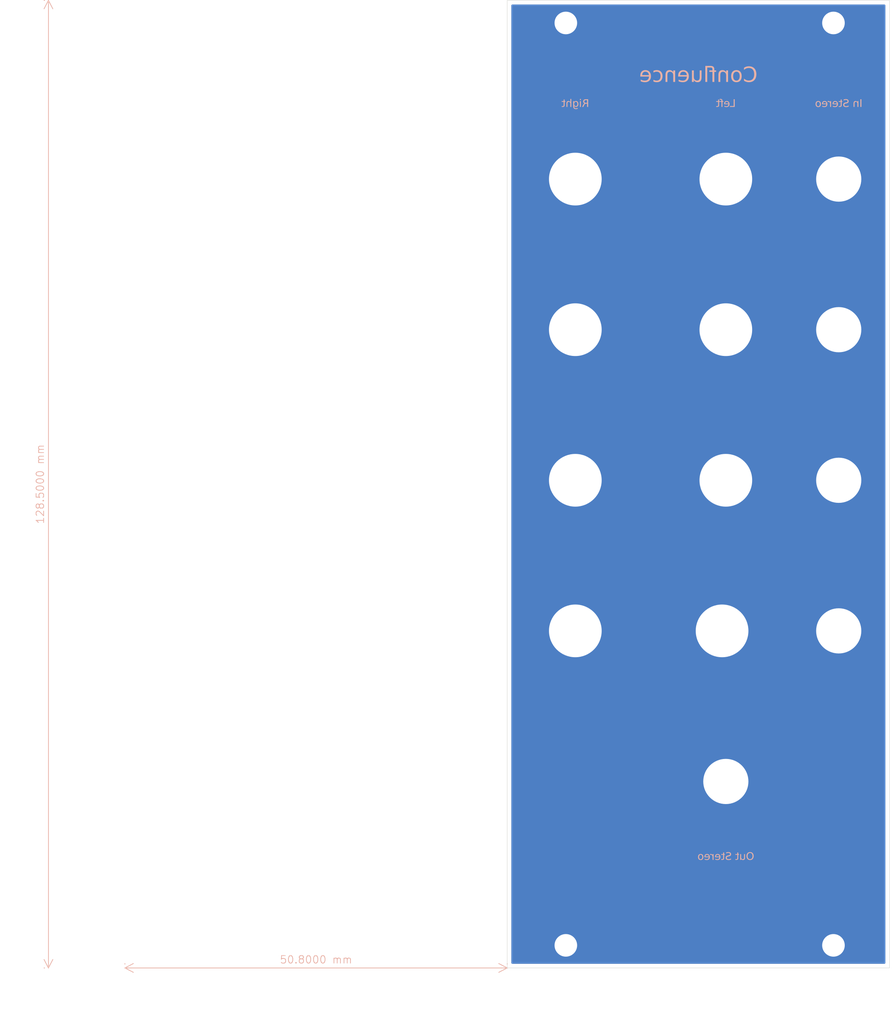
<source format=kicad_pcb>
(kicad_pcb
	(version 20240108)
	(generator "pcbnew")
	(generator_version "8.0")
	(general
		(thickness 1.6)
		(legacy_teardrops no)
	)
	(paper "A4")
	(layers
		(0 "F.Cu" signal)
		(31 "B.Cu" signal)
		(32 "B.Adhes" user "B.Adhesive")
		(33 "F.Adhes" user "F.Adhesive")
		(34 "B.Paste" user)
		(35 "F.Paste" user)
		(36 "B.SilkS" user "B.Silkscreen")
		(37 "F.SilkS" user "F.Silkscreen")
		(38 "B.Mask" user)
		(39 "F.Mask" user)
		(40 "Dwgs.User" user "User.Drawings")
		(41 "Cmts.User" user "User.Comments")
		(42 "Eco1.User" user "User.Eco1")
		(43 "Eco2.User" user "User.Eco2")
		(44 "Edge.Cuts" user)
		(45 "Margin" user)
		(46 "B.CrtYd" user "B.Courtyard")
		(47 "F.CrtYd" user "F.Courtyard")
		(48 "B.Fab" user)
		(49 "F.Fab" user)
		(50 "User.1" user)
		(51 "User.2" user)
		(52 "User.3" user)
		(53 "User.4" user)
		(54 "User.5" user)
		(55 "User.6" user)
		(56 "User.7" user)
		(57 "User.8" user)
		(58 "User.9" user)
	)
	(setup
		(pad_to_mask_clearance 0)
		(allow_soldermask_bridges_in_footprints no)
		(grid_origin 121.85 61.735)
		(pcbplotparams
			(layerselection 0x00010ff_ffffffff)
			(plot_on_all_layers_selection 0x0000000_00000000)
			(disableapertmacros no)
			(usegerberextensions no)
			(usegerberattributes yes)
			(usegerberadvancedattributes yes)
			(creategerberjobfile yes)
			(dashed_line_dash_ratio 12.000000)
			(dashed_line_gap_ratio 3.000000)
			(svgprecision 4)
			(plotframeref no)
			(viasonmask no)
			(mode 1)
			(useauxorigin no)
			(hpglpennumber 1)
			(hpglpenspeed 20)
			(hpglpendiameter 15.000000)
			(pdf_front_fp_property_popups yes)
			(pdf_back_fp_property_popups yes)
			(dxfpolygonmode yes)
			(dxfimperialunits yes)
			(dxfusepcbnewfont yes)
			(psnegative no)
			(psa4output no)
			(plotreference yes)
			(plotvalue yes)
			(plotfptext yes)
			(plotinvisibletext no)
			(sketchpadsonfab no)
			(subtractmaskfromsilk no)
			(outputformat 1)
			(mirror no)
			(drillshape 0)
			(scaleselection 1)
			(outputdirectory "Gerber/")
		)
	)
	(net 0 "")
	(net 1 "GND")
	(gr_rect
		(start 112.8 38)
		(end 163.6 166.5)
		(stroke
			(width 0.05)
			(type default)
		)
		(fill none)
		(layer "Edge.Cuts")
		(uuid "9d545d72-fdea-4988-afad-021671dfbb0c")
	)
	(gr_rect
		(start 112.8 38)
		(end 163.6 166.5)
		(stroke
			(width 0.1)
			(type default)
		)
		(fill none)
		(layer "Margin")
		(uuid "8592db5d-ecc8-4e5a-ad97-624995459fb9")
	)
	(gr_circle
		(center 141.85 141.735)
		(end 144.85 141.735)
		(stroke
			(width 0.1)
			(type default)
		)
		(fill none)
		(layer "User.9")
		(uuid "1a7a8a5b-abe3-4e28-8340-a9194ec5e69f")
	)
	(gr_circle
		(center 156.85 121.735)
		(end 159.85 121.735)
		(stroke
			(width 0.1)
			(type default)
		)
		(fill none)
		(layer "User.9")
		(uuid "281443c2-d3fb-4a5d-a789-54c4e8f7ec3e")
	)
	(gr_circle
		(center 141.85 121.735)
		(end 145.35 121.735)
		(stroke
			(width 0.1)
			(type default)
		)
		(fill none)
		(layer "User.9")
		(uuid "2a776a6b-a1f0-47c2-93e1-39a73cd85c6e")
	)
	(gr_circle
		(center 156.85 101.735)
		(end 159.85 101.735)
		(stroke
			(width 0.1)
			(type default)
		)
		(fill none)
		(layer "User.9")
		(uuid "2bdee25a-9e2b-411b-a9c1-66533529619f")
	)
	(gr_circle
		(center 121.85 121.735)
		(end 125.35 121.735)
		(stroke
			(width 0.1)
			(type default)
		)
		(fill none)
		(layer "User.9")
		(uuid "450cbd94-7dbb-41ad-992a-8c8f11aefac4")
	)
	(gr_circle
		(center 141.85 81.735)
		(end 145.35 81.735)
		(stroke
			(width 0.1)
			(type default)
		)
		(fill none)
		(layer "User.9")
		(uuid "5b438220-4e30-4480-8eb9-1149650e5a51")
	)
	(gr_circle
		(center 141.85 61.735)
		(end 145.35 61.735)
		(stroke
			(width 0.1)
			(type default)
		)
		(fill none)
		(layer "User.9")
		(uuid "5dfc9ba0-0494-4253-ab52-172487b890db")
	)
	(gr_circle
		(center 121.85 81.735)
		(end 125.35 81.735)
		(stroke
			(width 0.1)
			(type default)
		)
		(fill none)
		(layer "User.9")
		(uuid "75549c66-7e1a-497e-b623-a3cb46809fbe")
	)
	(gr_line
		(start 163.6 163.5)
		(end 153.6 163.5)
		(stroke
			(width 0.1)
			(type default)
		)
		(layer "User.9")
		(uuid "7cfe1c2b-8d3b-4b4e-95ac-cb4cc31f7426")
	)
	(gr_line
		(start 163.6 41)
		(end 148.6 41)
		(stroke
			(width 0.1)
			(type default)
		)
		(layer "User.9")
		(uuid "8b815a78-edea-4420-8262-9a3f8eebf92d")
	)
	(gr_circle
		(center 156.85 81.735)
		(end 159.85 81.735)
		(stroke
			(width 0.1)
			(type default)
		)
		(fill none)
		(layer "User.9")
		(uuid "c2dd57dd-bc1a-4da3-b7ae-a7917c9f5081")
	)
	(gr_circle
		(center 141.85 101.735)
		(end 145.35 101.735)
		(stroke
			(width 0.1)
			(type default)
		)
		(fill none)
		(layer "User.9")
		(uuid "c5ad1e22-9b34-4305-96dd-fd88595dced0")
	)
	(gr_circle
		(center 121.85 61.735)
		(end 125.35 61.735)
		(stroke
			(width 0.1)
			(type default)
		)
		(fill none)
		(layer "User.9")
		(uuid "d982141a-413f-4f9c-be2a-3fbef2b0fc6f")
	)
	(gr_circle
		(center 156.85 61.735)
		(end 159.85 61.735)
		(stroke
			(width 0.1)
			(type default)
		)
		(fill none)
		(layer "User.9")
		(uuid "db4f60ff-a7e7-478d-8fff-e22488df133a")
	)
	(gr_circle
		(center 121.85 101.735)
		(end 125.35 101.735)
		(stroke
			(width 0.1)
			(type default)
		)
		(fill none)
		(layer "User.9")
		(uuid "feeb0e3a-8fb6-411b-9289-9a1837e77e58")
	)
	(gr_text "Left"
		(at 141.85 51.735 0)
		(layer "B.SilkS")
		(uuid "1a5954fc-40ff-427c-bfb9-2db4a4754a24")
		(effects
			(font
				(face "Dune Rise")
				(size 1 1)
				(thickness 0.125)
			)
			(justify mirror)
		)
		(render_cache "Left" 0
			(polygon
				(pts
					(xy 143.59829 52.05621) (xy 144.32076 52.05621) (xy 144.32076 51.024528) (xy 144.414793 51.024528)
					(xy 144.414793 52.05621) (xy 144.414793 52.077948) (xy 144.414793 52.15) (xy 143.59829 52.15) (xy 143.294696 52.15)
					(xy 143.294696 52.05621) (xy 143.378959 52.05621)
				)
			)
			(polygon
				(pts
					(xy 143.205303 51.587264) (xy 143.202413 51.644862) (xy 143.193931 51.700783) (xy 143.180137 51.754744)
					(xy 143.161312 51.806464) (xy 143.137738 51.855663) (xy 143.109695 51.90206) (xy 143.077463 51.945372)
					(xy 143.041324 51.985319) (xy 143.001559 52.021619) (xy 142.958448 52.053992) (xy 142.912273 52.082156)
					(xy 142.863313 52.10583) (xy 142.811851 52.124732) (xy 142.758166 52.138582) (xy 142.70254 52.147098)
					(xy 142.645254 52.15) (xy 142.085205 52.15) (xy 142.085205 52.05621) (xy 142.645254 52.05621) (xy 142.711837 52.051433)
					(xy 142.775545 52.037544) (xy 142.835719 52.015207) (xy 142.8917 51.985087) (xy 142.942828 51.947847)
					(xy 142.988445 51.904152) (xy 143.02789 51.854666) (xy 143.060505 51.800053) (xy 143.08563 51.740977)
					(xy 143.102606 51.678102) (xy 143.109071 51.634403) (xy 142.085205 51.634403) (xy 142.085205 51.540369)
					(xy 143.109071 51.540369) (xy 143.097894 51.475337) (xy 143.078128 51.413671) (xy 143.050433 51.356033)
					(xy 143.015468 51.303086) (xy 142.973892 51.255489) (xy 142.926365 51.213907) (xy 142.873546 51.178999)
					(xy 142.816094 51.151428) (xy 142.754669 51.131855) (xy 142.689929 51.120943) (xy 142.645254 51.118806)
					(xy 142.085205 51.118806) (xy 142.085205 51.024773) (xy 142.645254 51.024773) (xy 142.70254 51.027674)
					(xy 142.758166 51.03619) (xy 142.811851 51.050038) (xy 142.863313 51.068939) (xy 142.912273 51.092609)
					(xy 142.958448 51.120767) (xy 143.001559 51.153133) (xy 143.041324 51.189423) (xy 143.077463 51.229357)
					(xy 143.109695 51.272653) (xy 143.137738 51.319029) (xy 143.161312 51.368205) (xy 143.180137 51.419898)
					(xy 143.193931 51.473826) (xy 143.202413 51.529709)
				)
			)
			(polygon
				(pts
					(xy 140.988799 51.024773) (xy 141.805303 51.024773) (xy 141.805303 51.096824) (xy 141.805303 51.118562)
					(xy 141.805303 52.15) (xy 141.711269 52.15) (xy 141.711269 51.634403) (xy 140.988799 51.634403)
					(xy 140.988799 51.540369) (xy 141.711269 51.540125) (xy 141.711269 51.118562) (xy 140.988799 51.118562)
					(xy 140.769469 51.118562) (xy 140.685205 51.118562) (xy 140.685205 51.024773)
				)
			)
			(polygon
				(pts
					(xy 140.405303 51.118562) (xy 139.892393 51.118562) (xy 139.892393 52.15) (xy 139.798359 52.15)
					(xy 139.798359 51.118562) (xy 139.285205 51.118562) (xy 139.285205 51.024773) (xy 140.405303 51.024773)
				)
			)
		)
	)
	(gr_text "Right"
		(at 121.85 51.735 0)
		(layer "B.SilkS")
		(uuid "899bfaef-789b-4aa7-b62f-e18f65f84774")
		(effects
			(font
				(face "Dune Rise")
				(size 1 1)
				(thickness 0.125)
			)
			(justify mirror)
		)
		(render_cache "Right" 0
			(polygon
				(pts
					(xy 123.670341 51.329588) (xy 123.676514 51.268034) (xy 123.694215 51.21076) (xy 123.722221 51.158975)
					(xy 123.759306 51.113891) (xy 123.804245 51.076718) (xy 123.855813 51.048667) (xy 123.912784 51.030948)
					(xy 123.973935 51.024773) (xy 124.790438 51.024773) (xy 124.790438 51.118562) (xy 123.973935 51.118562)
					(xy 123.921632 51.125223) (xy 123.874139 51.144089) (xy 123.833114 51.173483) (xy 123.800219 51.211727)
					(xy 123.777114 51.257145) (xy 123.765458 51.308059) (xy 123.764374 51.329588) (xy 123.770984 51.382118)
					(xy 123.789702 51.429834) (xy 123.818863 51.47107) (xy 123.8568 51.504159) (xy 123.901848 51.527437)
					(xy 123.952342 51.539237) (xy 123.97369 51.540369) (xy 124.790438 51.540369) (xy 124.790438 52.15)
					(xy 124.696405 52.15) (xy 124.696405 51.634403) (xy 123.97369 51.634403) (xy 123.921486 51.641047)
					(xy 123.874059 51.659866) (xy 123.833078 51.689188) (xy 123.800206 51.727342) (xy 123.777111 51.772655)
					(xy 123.765458 51.823457) (xy 123.764374 51.84494) (xy 123.764374 52.15) (xy 123.670341 52.15)
					(xy 123.670341 51.84494) (xy 123.674384 51.795084) (xy 123.689287 51.738759) (xy 123.714106 51.687304)
					(xy 123.74773 51.64183) (xy 123.789048 51.603448) (xy 123.812246 51.587264) (xy 123.767497 51.552845)
					(xy 123.729887 51.510778) (xy 123.700526 51.462175) (xy 123.680526 51.408146) (xy 123.671812 51.359779)
				)
			)
			(polygon
				(pts
					(xy 123.108826 51.118562) (xy 123.108826 51.024773) (xy 123.390927 51.024773) (xy 123.390927 51.118562)
					(xy 123.296893 51.118562) (xy 123.296893 52.05621) (xy 123.390927 52.05621) (xy 123.390927 52.15)
					(xy 123.108826 52.15) (xy 123.108826 52.05621) (xy 123.20286 52.05621) (xy 123.20286 51.118562)
				)
			)
			(polygon
				(pts
					(xy 122.829657 51.587264) (xy 122.826767 51.644862) (xy 122.818285 51.700783) (xy 122.804491 51.754744)
					(xy 122.785666 51.806464) (xy 122.762092 51.855663) (xy 122.734049 51.90206) (xy 122.701817 51.945372)
					(xy 122.665678 51.985319) (xy 122.625913 52.021619) (xy 122.582802 52.053992) (xy 122.536627 52.082156)
					(xy 122.487667 52.10583) (xy 122.436205 52.124732) (xy 122.38252 52.138582) (xy 122.326894 52.147098)
					(xy 122.269608 52.15) (xy 121.709559 52.15) (xy 121.709559 51.540369) (xy 122.11085 51.540369)
					(xy 122.11085 51.634403) (xy 121.803593 51.634403) (xy 121.803593 52.05621) (xy 122.269608 52.05621)
					(xy 122.340478 52.050793) (xy 122.408027 52.035077) (xy 122.471458 52.009868) (xy 122.529973 51.975968)
					(xy 122.582776 51.934182) (xy 122.629069 51.885315) (xy 122.668057 51.830171) (xy 122.698941 51.769553)
					(xy 122.720925 51.704266) (xy 122.733213 51.635115) (xy 122.735623 51.587264) (xy 122.730243 51.516051)
					(xy 122.714635 51.448166) (xy 122.689596 51.384411) (xy 122.655922 51.32559) (xy 122.61441 51.272505)
					(xy 122.565859 51.225959) (xy 122.511063 51.186756) (xy 122.450821 51.155698) (xy 122.385929 51.133589)
					(xy 122.317184 51.121231) (xy 122.269608 51.118806) (xy 121.709559 51.118806) (xy 121.709559 51.024773)
					(xy 122.269608 51.024773) (xy 122.326894 51.027674) (xy 122.38252 51.03619) (xy 122.436205 51.050038)
					(xy 122.487667 51.068939) (xy 122.536627 51.092609) (xy 122.582802 51.120767) (xy 122.625913 51.153133)
					(xy 122.665678 51.189423) (xy 122.701817 51.229357) (xy 122.734049 51.272653) (xy 122.762092 51.319029)
					(xy 122.785666 51.368205) (xy 122.804491 51.419898) (xy 122.818285 51.473826) (xy 122.826767 51.529709)
				)
			)
			(polygon
				(pts
					(xy 120.403593 51.540614) (xy 121.335623 51.540614) (xy 121.335623 51.024528) (xy 121.429657 51.024528)
					(xy 121.429657 52.15) (xy 121.335623 52.15) (xy 121.335623 51.634403) (xy 120.403593 51.634403)
					(xy 120.403593 52.15) (xy 120.309559 52.15) (xy 120.309559 51.024528) (xy 120.403593 51.024528)
				)
			)
			(polygon
				(pts
					(xy 120.029657 51.118562) (xy 119.516747 51.118562) (xy 119.516747 52.15) (xy 119.422713 52.15)
					(xy 119.422713 51.118562) (xy 118.909559 51.118562) (xy 118.909559 51.024773) (xy 120.029657 51.024773)
				)
			)
		)
	)
	(gr_text "Out Stereo"
		(at 141.85 151.735 0)
		(layer "B.SilkS")
		(uuid "c8a1613d-a981-4437-8483-e3e345a08bb0")
		(effects
			(font
				(face "Dune Rise")
				(size 1 1)
				(thickness 0.125)
			)
			(justify mirror)
		)
		(render_cache "Out Stereo" 0
			(polygon
				(pts
					(xy 147.682163 151.027674) (xy 147.737789 151.03619) (xy 147.791473 151.050038) (xy 147.842936 151.068939)
					(xy 147.891895 151.092609) (xy 147.938071 151.120767) (xy 147.981182 151.153133) (xy 148.020947 151.189423)
					(xy 148.057086 151.229357) (xy 148.089317 151.272653) (xy 148.117361 151.319029) (xy 148.140935 151.368205)
					(xy 148.159759 151.419898) (xy 148.173553 151.473826) (xy 148.182036 151.529709) (xy 148.184925 151.587264)
					(xy 148.182036 151.644862) (xy 148.173553 151.700783) (xy 148.159759 151.754744) (xy 148.140935 151.806464)
					(xy 148.117361 151.855663) (xy 148.089317 151.90206) (xy 148.057086 151.945372) (xy 148.020947 151.985319)
					(xy 147.981182 152.021619) (xy 147.938071 152.053992) (xy 147.891895 152.082156) (xy 147.842936 152.10583)
					(xy 147.791473 152.124732) (xy 147.737789 152.138582) (xy 147.682163 152.147098) (xy 147.624877 152.15)
					(xy 147.56763 152.147098) (xy 147.512034 152.138582) (xy 147.45837 152.124732) (xy 147.40692 152.10583)
					(xy 147.357966 152.082156) (xy 147.31179 152.053992) (xy 147.268673 152.021619) (xy 147.228898 151.985319)
					(xy 147.192746 151.945372) (xy 147.1605 151.90206) (xy 147.132442 151.855663) (xy 147.108852 151.806464)
					(xy 147.090014 151.754744) (xy 147.07621 151.700783) (xy 147.06772 151.644862) (xy 147.064828 151.587264)
					(xy 147.158861 151.587264) (xy 147.164241 151.658602) (xy 147.179849 151.726588) (xy 147.204889 151.790424)
					(xy 147.238563 151.849307) (xy 147.280074 151.902438) (xy 147.328626 151.949016) (xy 147.383421 151.988241)
					(xy 147.443664 152.01931) (xy 147.508555 152.041426) (xy 147.5773 152.053785) (xy 147.624877 152.05621)
					(xy 147.695747 152.050799) (xy 147.763296 152.035098) (xy 147.826726 152.009909) (xy 147.885241 151.976032)
					(xy 147.938044 151.934268) (xy 147.984338 151.885417) (xy 148.023325 151.830279) (xy 148.05421 151.769656)
					(xy 148.076194 151.704348) (xy 148.088481 151.635155) (xy 148.090892 151.587264) (xy 148.085512 151.515989)
					(xy 148.069904 151.448053) (xy 148.044864 151.384258) (xy 148.01119 151.325405) (xy 147.969679 151.272297)
					(xy 147.921127 151.225735) (xy 147.866332 151.186522) (xy 147.806089 151.155458) (xy 147.741198 151.133346)
					(xy 147.672453 151.120987) (xy 147.624877 151.118562) (xy 147.554006 151.123973) (xy 147.486457 151.139672)
					(xy 147.423027 151.164857) (xy 147.364512 151.198727) (xy 147.311709 151.240479) (xy 147.265415 151.289312)
					(xy 147.226428 151.344424) (xy 147.195543 151.405013) (xy 147.173559 151.470278) (xy 147.161272 151.539416)
					(xy 147.158861 151.587264) (xy 147.064828 151.587264) (xy 147.06772 151.529709) (xy 147.07621 151.473826)
					(xy 147.090014 151.419898) (xy 147.108852 151.368205) (xy 147.132442 151.319029) (xy 147.1605 151.272653)
					(xy 147.192746 151.229357) (xy 147.228898 151.189423) (xy 147.268673 151.153133) (xy 147.31179 151.120767)
					(xy 147.357966 151.092609) (xy 147.40692 151.068939) (xy 147.45837 151.050038) (xy 147.512034 151.03619)
					(xy 147.56763 151.027674) (xy 147.624877 151.024773)
				)
			)
			(polygon
				(pts
					(xy 145.758861 151.587508) (xy 145.764241 151.658783) (xy 145.779849 151.726719) (xy 145.804889 151.790515)
					(xy 145.838563 151.849367) (xy 145.880074 151.902475) (xy 145.928626 151.949037) (xy 145.983421 151.98825)
					(xy 146.043664 152.019314) (xy 146.108555 152.041427) (xy 146.1773 152.053785) (xy 146.224877 152.05621)
					(xy 146.295747 152.050799) (xy 146.363296 152.0351) (xy 146.426726 152.009915) (xy 146.485241 151.976045)
					(xy 146.538044 151.934293) (xy 146.584338 151.88546) (xy 146.623325 151.830348) (xy 146.65421 151.769759)
					(xy 146.676194 151.704495) (xy 146.688481 151.635356) (xy 146.690892 151.587508) (xy 146.690892 151.024528)
					(xy 146.784925 151.024528) (xy 146.784925 151.587508) (xy 146.782036 151.645063) (xy 146.773553 151.700946)
					(xy 146.759759 151.754875) (xy 146.740935 151.806567) (xy 146.717361 151.855743) (xy 146.689317 151.902119)
					(xy 146.657086 151.945415) (xy 146.620947 151.985349) (xy 146.581182 152.02164) (xy 146.538071 152.054005)
					(xy 146.491895 152.082163) (xy 146.442936 152.105834) (xy 146.391473 152.124734) (xy 146.337789 152.138583)
					(xy 146.282163 152.147098) (xy 146.224877 152.15) (xy 146.16763 152.147098) (xy 146.112034 152.138583)
					(xy 146.05837 152.124734) (xy 146.00692 152.105834) (xy 145.957966 152.082163) (xy 145.91179 152.054005)
					(xy 145.868673 152.02164) (xy 145.828898 151.985349) (xy 145.792746 151.945415) (xy 145.7605 151.902119)
					(xy 145.732442 151.855743) (xy 145.708852 151.806567) (xy 145.690014 151.754875) (xy 145.67621 151.700946)
					(xy 145.66772 151.645063) (xy 145.664828 151.587508) (xy 145.664828 151.024528) (xy 145.758861 151.024528)
				)
			)
			(polygon
				(pts
					(xy 145.384925 151.118562) (xy 144.872015 151.118562) (xy 144.872015 152.15) (xy 144.777982 152.15)
					(xy 144.777982 151.118562) (xy 144.264828 151.118562) (xy 144.264828 151.024773) (xy 145.384925 151.024773)
				)
			)
			(polygon
				(pts
					(xy 143.121771 151.024773) (xy 143.182911 151.030948) (xy 143.239855 151.048667) (xy 143.291383 151.076718)
					(xy 143.336277 151.113891) (xy 143.373317 151.158975) (xy 143.401284 151.21076) (xy 143.418958 151.268034)
					(xy 143.425121 151.329588) (xy 143.418958 151.391071) (xy 143.401284 151.448313) (xy 143.373317 151.500093)
					(xy 143.336277 151.545193) (xy 143.291383 151.582393) (xy 143.239855 151.610475) (xy 143.182911 151.628218)
					(xy 143.121771 151.634403) (xy 142.608617 151.634403) (xy 142.556315 151.641048) (xy 142.508821 151.659874)
					(xy 142.467797 151.689213) (xy 142.434902 151.727401) (xy 142.411796 151.772771) (xy 142.400141 151.823658)
					(xy 142.399057 151.845184) (xy 142.405667 151.897827) (xy 142.424392 151.945645) (xy 142.45357 151.98696)
					(xy 142.491542 152.020095) (xy 142.536647 152.043373) (xy 142.587225 152.055118) (xy 142.608617 152.05621)
					(xy 143.425121 152.05621) (xy 143.425121 152.15) (xy 142.608617 152.15) (xy 142.547467 152.143824)
					(xy 142.490495 152.126106) (xy 142.438927 152.098054) (xy 142.393989 152.060881) (xy 142.356904 152.015797)
					(xy 142.328898 151.964012) (xy 142.311196 151.906738) (xy 142.305023 151.845184) (xy 142.311196 151.783631)
					(xy 142.328898 151.726356) (xy 142.356904 151.674572) (xy 142.393989 151.629487) (xy 142.438927 151.592314)
					(xy 142.490495 151.564263) (xy 142.547467 151.546545) (xy 142.608617 151.540369) (xy 143.121771 151.540369)
					(xy 143.174057 151.533708) (xy 143.22151 151.514842) (xy 143.262481 151.485448) (xy 143.29532 151.447204)
					(xy 143.318378 151.401786) (xy 143.330006 151.350872) (xy 143.331087 151.329344) (xy 143.324493 151.276798)
					(xy 143.305809 151.229048) (xy 143.276684 151.187776) (xy 143.238769 151.154665) (xy 143.193711 151.131397)
					(xy 143.14316 151.119655) (xy 143.121771 151.118562) (xy 142.305023 151.118562) (xy 142.305023 151.024773)
				)
			)
			(polygon
				(pts
					(xy 142.025121 151.118562) (xy 141.512211 151.118562) (xy 141.512211 152.15) (xy 141.418177 152.15)
					(xy 141.418177 151.118562) (xy 140.905023 151.118562) (xy 140.905023 151.024773) (xy 142.025121 151.024773)
				)
			)
			(polygon
				(pts
					(xy 140.83517 151.587264) (xy 140.83228 151.644862) (xy 140.823798 151.700783) (xy 140.810004 151.754744)
					(xy 140.791179 151.806464) (xy 140.767605 151.855663) (xy 140.739561 151.90206) (xy 140.70733 151.945372)
					(xy 140.671191 151.985319) (xy 140.631426 152.021619) (xy 140.588315 152.053992) (xy 140.542139 152.082156)
					(xy 140.49318 152.10583) (xy 140.441718 152.124732) (xy 140.388033 152.138582) (xy 140.332407 152.147098)
					(xy 140.275121 152.15) (xy 139.715072 152.15) (xy 139.715072 152.05621) (xy 140.275121 152.05621)
					(xy 140.341703 152.051433) (xy 140.405412 152.037544) (xy 140.465586 152.015207) (xy 140.521567 151.985087)
					(xy 140.572695 151.947847) (xy 140.618311 151.904152) (xy 140.657757 151.854666) (xy 140.690372 151.800053)
					(xy 140.715497 151.740977) (xy 140.732473 151.678102) (xy 140.738938 151.634403) (xy 139.715072 151.634403)
					(xy 139.715072 151.540369) (xy 140.738938 151.540369) (xy 140.727761 151.475337) (xy 140.707995 151.413671)
					(xy 140.6803 151.356033) (xy 140.645335 151.303086) (xy 140.603759 151.255489) (xy 140.556232 151.213907)
					(xy 140.503413 151.178999) (xy 140.445961 151.151428) (xy 140.384536 151.131855) (xy 140.319796 151.120943)
					(xy 140.275121 151.118806) (xy 139.715072 151.118806) (xy 139.715072 151.024773) (xy 140.275121 151.024773)
					(xy 140.332407 151.027674) (xy 140.388033 151.03619) (xy 140.441718 151.050038) (xy 140.49318 151.068939)
					(xy 140.542139 151.092609) (xy 140.588315 151.120767) (xy 140.631426 151.153133) (xy 140.671191 151.189423)
					(xy 140.70733 151.229357) (xy 140.739561 151.272653) (xy 140.767605 151.319029) (xy 140.791179 151.368205)
					(xy 140.810004 151.419898) (xy 140.823798 151.473826) (xy 140.83228 151.529709)
				)
			)
			(polygon
				(pts
					(xy 139.43517 152.15) (xy 139.341136 152.15) (xy 139.341136 151.634403) (xy 138.618422 151.634403)
					(xy 138.566217 151.641047) (xy 138.518791 151.659866) (xy 138.477809 151.689188) (xy 138.444938 151.727342)
					(xy 138.421842 151.772655) (xy 138.41019 151.823457) (xy 138.409105 151.84494) (xy 138.409105 152.15)
					(xy 138.315072 152.15) (xy 138.315072 151.84494) (xy 138.319115 151.795084) (xy 138.334018 151.738759)
					(xy 138.358837 151.687304) (xy 138.392461 151.64183) (xy 138.43378 151.603448) (xy 138.456977 151.587264)
					(xy 138.412228 151.552845) (xy 138.374618 151.510778) (xy 138.345258 151.462175) (xy 138.325258 151.408146)
					(xy 138.316543 151.359779) (xy 138.315072 151.329588) (xy 138.409105 151.329588) (xy 138.415715 151.382118)
					(xy 138.434433 151.429834) (xy 138.463594 151.47107) (xy 138.501531 151.504159) (xy 138.54658 151.527437)
					(xy 138.597073 151.539237) (xy 138.618422 151.540369) (xy 139.34138 151.540369) (xy 139.34138 151.118562)
					(xy 138.618666 151.118562) (xy 138.566363 151.125223) (xy 138.51887 151.144089) (xy 138.477845 151.173483)
					(xy 138.44495 151.211727) (xy 138.421845 151.257145) (xy 138.41019 151.308059) (xy 138.409105 151.329588)
					(xy 138.315072 151.329588) (xy 138.321245 151.268034) (xy 138.338947 151.21076) (xy 138.366953 151.158975)
					(xy 138.404037 151.113891) (xy 138.448976 151.076718) (xy 138.500544 151.048667) (xy 138.557515 151.030948)
					(xy 138.618666 151.024773) (xy 139.43517 151.024773)
				)
			)
			(polygon
				(pts
					(xy 138.03517 151.587264) (xy 138.03228 151.644862) (xy 138.023798 151.700783) (xy 138.010004 151.754744)
					(xy 137.991179 151.806464) (xy 137.967605 151.855663) (xy 137.939561 151.90206) (xy 137.90733 151.945372)
					(xy 137.871191 151.985319) (xy 137.831426 152.021619) (xy 137.788315 152.053992) (xy 137.742139 152.082156)
					(xy 137.69318 152.10583) (xy 137.641718 152.124732) (xy 137.588033 152.138582) (xy 137.532407 152.147098)
					(xy 137.475121 152.15) (xy 136.915072 152.15) (xy 136.915072 152.05621) (xy 137.475121 152.05621)
					(xy 137.541703 152.051433) (xy 137.605412 152.037544) (xy 137.665586 152.015207) (xy 137.721567 151.985087)
					(xy 137.772695 151.947847) (xy 137.818311 151.904152) (xy 137.857757 151.854666) (xy 137.890372 151.800053)
					(xy 137.915497 151.740977) (xy 137.932473 151.678102) (xy 137.938938 151.634403) (xy 136.915072 151.634403)
					(xy 136.915072 151.540369) (xy 137.938938 151.540369) (xy 137.927761 151.475337) (xy 137.907995 151.413671)
					(xy 137.8803 151.356033) (xy 137.845335 151.303086) (xy 137.803759 151.255489) (xy 137.756232 151.213907)
					(xy 137.703413 151.178999) (xy 137.645961 151.151428) (xy 137.584536 151.131855) (xy 137.519796 151.120943)
					(xy 137.475121 151.118806) (xy 136.915072 151.118806) (xy 136.915072 151.024773) (xy 137.475121 151.024773)
					(xy 137.532407 151.027674) (xy 137.588033 151.03619) (xy 137.641718 151.050038) (xy 137.69318 151.068939)
					(xy 137.742139 151.092609) (xy 137.788315 151.120767) (xy 137.831426 151.153133) (xy 137.871191 151.189423)
					(xy 137.90733 151.229357) (xy 137.939561 151.272653) (xy 137.967605 151.319029) (xy 137.991179 151.368205)
					(xy 138.010004 151.419898) (xy 138.023798 151.473826) (xy 138.03228 151.529709)
				)
			)
			(polygon
				(pts
					(xy 136.122411 151.527629) (xy 136.145099 151.572503) (xy 136.145463 151.579692) (xy 136.127184 151.626776)
					(xy 136.08231 151.649427) (xy 136.075121 151.64979) (xy 136.02783 151.631537) (xy 136.005142 151.586839)
					(xy 136.004779 151.579692) (xy 136.023057 151.532402) (xy 136.067931 151.509714) (xy 136.075121 151.509351)
				)
			)
			(polygon
				(pts
					(xy 136.132407 151.02764) (xy 136.188033 151.036055) (xy 136.241718 151.049737) (xy 136.29318 151.068408)
					(xy 136.342139 151.091787) (xy 136.388315 151.119595) (xy 136.431426 151.151552) (xy 136.471191 151.187377)
					(xy 136.50733 151.226792) (xy 136.539561 151.269516) (xy 136.567605 151.31527) (xy 136.591179 151.363774)
					(xy 136.610004 151.414748) (xy 136.623798 151.467912) (xy 136.63228 151.522987) (xy 136.63517 151.579692)
					(xy 136.63228 151.6381) (xy 136.623798 151.694799) (xy 136.610004 151.749503) (xy 136.591179 151.801931)
					(xy 136.567605 151.851796) (xy 136.539561 151.898816) (xy 136.50733 151.942706) (xy 136.471191 151.983182)
					(xy 136.431426 152.01996) (xy 136.388315 152.052756) (xy 136.342139 152.081285) (xy 136.29318 152.105265)
					(xy 136.241718 152.12441) (xy 136.188033 152.138437) (xy 136.132407 152.147062) (xy 136.075121 152.15)
					(xy 136.017875 152.147062) (xy 135.962279 152.138437) (xy 135.908615 152.12441) (xy 135.857165 152.105265)
					(xy 135.80821 152.081285) (xy 135.762034 152.052756) (xy 135.718917 152.01996) (xy 135.679142 151.983182)
					(xy 135.642991 151.942706) (xy 135.610744 151.898816) (xy 135.582686 151.851796) (xy 135.559097 151.801931)
					(xy 135.540259 151.749503) (xy 135.526454 151.694799) (xy 135.517964 151.6381) (xy 135.515072 151.579692)
					(xy 135.609105 151.579692) (xy 135.614485 151.651951) (xy 135.630093 151.720895) (xy 135.655133 151.785696)
					(xy 135.688807 151.845527) (xy 135.730318 151.899558) (xy 135.77887 151.946962) (xy 135.833666 151.98691)
					(xy 135.893908 152.018574) (xy 135.9588 152.041125) (xy 136.027544 152.053735) (xy 136.075121 152.05621)
					(xy 136.145991 152.050688) (xy 136.21354 152.034672) (xy 136.27697 152.008991) (xy 136.335486 151.974474)
					(xy 136.388288 151.931948) (xy 136.434582 151.882243) (xy 136.47357 151.826187) (xy 136.504454 151.764607)
					(xy 136.526438 151.698333) (xy 136.538725 151.628192) (xy 136.541136 151.579692) (xy 136.535756 151.509451)
					(xy 136.520148 151.44254) (xy 136.495109 151.379743) (xy 136.461435 151.321839) (xy 136.419923 151.269611)
					(xy 136.371371 151.223839) (xy 136.316576 151.185305) (xy 136.256334 151.15479) (xy 136.191442 151.133075)
					(xy 136.122697 151.120942) (xy 136.075121 151.118562) (xy 136.00425 151.123874) (xy 135.936702 151.139287)
					(xy 135.873271 151.164022) (xy 135.814756 151.197297) (xy 135.761953 151.238331) (xy 135.715659 151.286342)
					(xy 135.676672 151.340548) (xy 135.645788 151.40017) (xy 135.623803 151.464425) (xy 135.611516 151.532533)
					(xy 135.609105 151.579692) (xy 135.515072 151.579692) (xy 135.517964 151.522987) (xy 135.526454 151.467912)
					(xy 135.540259 151.414748) (xy 135.559097 151.363774) (xy 135.582686 151.31527) (xy 135.610744 151.269516)
					(xy 135.642991 151.226792) (xy 135.679142 151.187377) (xy 135.718917 151.151552) (xy 135.762034 151.119595)
					(xy 135.80821 151.091787) (xy 135.857165 151.068408) (xy 135.908615 151.049737) (xy 135.962279 151.036055)
					(xy 136.017875 151.02764) (xy 136.075121 151.024773)
				)
			)
		)
	)
	(gr_text "Confluence"
		(at 138.2 48 0)
		(layer "B.SilkS")
		(uuid "d1f9757b-7946-4b6c-85e6-9e894f9e25e6")
		(effects
			(font
				(face "Dune Rise")
				(size 2 2)
				(thickness 0.1)
			)
			(justify mirror)
		)
		(render_cache "Confluence" 0
			(polygon
				(pts
					(xy 151.729587 47.704528) (xy 151.723808 47.819725) (xy 151.706843 47.931566) (xy 151.679255 48.039488)
					(xy 151.641606 48.142929) (xy 151.594458 48.241327) (xy 151.538371 48.33412) (xy 151.473908 48.420744)
					(xy 151.40163 48.500638) (xy 151.3221 48.573239) (xy 151.235878 48.637985) (xy 151.143527 48.694312)
					(xy 151.045608 48.74166) (xy 150.942683 48.779465) (xy 150.835314 48.807165) (xy 150.724062 48.824197)
					(xy 150.60949 48.83) (xy 149.489392 48.83) (xy 149.489392 48.642421) (xy 150.60949 48.642421) (xy 150.75123 48.631598)
					(xy 150.886328 48.600197) (xy 151.013189 48.549819) (xy 151.130219 48.482065) (xy 151.235825 48.398536)
					(xy 151.328412 48.300834) (xy 151.406387 48.190559) (xy 151.468156 48.069313) (xy 151.512124 47.938696)
					(xy 151.536699 47.800311) (xy 151.54152 47.704528) (xy 151.530761 47.561978) (xy 151.499544 47.426106)
					(xy 151.449465 47.298516) (xy 151.382117 47.180811) (xy 151.299095 47.074595) (xy 151.201991 46.981471)
					(xy 151.0924 46.903044) (xy 150.971915 46.840916) (xy 150.842132 46.796692) (xy 150.704643 46.771974)
					(xy 150.60949 46.767124) (xy 149.489392 46.767124) (xy 149.489392 46.579546) (xy 150.60949 46.579546)
					(xy 150.724062 46.585348) (xy 150.835314 46.60238) (xy 150.942683 46.630077) (xy 151.045608 46.667878)
					(xy 151.143527 46.715218) (xy 151.235878 46.771535) (xy 151.3221 46.836266) (xy 151.40163 46.908846)
					(xy 151.473908 46.988714) (xy 151.538371 47.075306) (xy 151.594458 47.168059) (xy 151.641606 47.26641)
					(xy 151.679255 47.369796) (xy 151.706843 47.477653) (xy 151.723808 47.589418)
				)
			)
			(polygon
				(pts
					(xy 147.904071 47.585259) (xy 147.949447 47.675006) (xy 147.950173 47.689385) (xy 147.913616 47.783552)
					(xy 147.823869 47.828854) (xy 147.80949 47.829581) (xy 147.714908 47.793074) (xy 147.669532 47.703679)
					(xy 147.668806 47.689385) (xy 147.705363 47.594804) (xy 147.79511 47.549428) (xy 147.80949 47.548702)
				)
			)
			(polygon
				(pts
					(xy 147.924062 46.58528) (xy 148.035314 46.60211) (xy 148.142683 46.629475) (xy 148.245608 46.666817)
					(xy 148.343527 46.713575) (xy 148.435878 46.769191) (xy 148.5221 46.833104) (xy 148.60163 46.904755)
					(xy 148.673908 46.983585) (xy 148.738371 47.069033) (xy 148.794458 47.160541) (xy 148.841606 47.257549)
					(xy 148.879255 47.359497) (xy 148.906843 47.465825) (xy 148.923808 47.575974) (xy 148.929587 47.689385)
					(xy 148.923808 47.806201) (xy 148.906843 47.919598) (xy 148.879255 48.029007) (xy 148.841606 48.133862)
					(xy 148.794458 48.233593) (xy 148.738371 48.327632) (xy 148.673908 48.415412) (xy 148.60163 48.496364)
					(xy 148.5221 48.56992) (xy 148.435878 48.635512) (xy 148.343527 48.692571) (xy 148.245608 48.74053)
					(xy 148.142683 48.778821) (xy 148.035314 48.806875) (xy 147.924062 48.824124) (xy 147.80949 48.83)
					(xy 147.694997 48.824124) (xy 147.583805 48.806875) (xy 147.476477 48.778821) (xy 147.373577 48.74053)
					(xy 147.275669 48.692571) (xy 147.183316 48.635512) (xy 147.097082 48.56992) (xy 147.017532 48.496364)
					(xy 146.945229 48.415412) (xy 146.880737 48.327632) (xy 146.82462 48.233593) (xy 146.777441 48.133862)
					(xy 146.739765 48.029007) (xy 146.712156 47.919598) (xy 146.695177 47.806201) (xy 146.689392 47.689385)
					(xy 146.877459 47.689385) (xy 146.888218 47.833902) (xy 146.919435 47.97179) (xy 146.969514 48.101393)
					(xy 147.036862 48.221054) (xy 147.119884 48.329117) (xy 147.216988 48.423925) (xy 147.326579 48.503821)
					(xy 147.447064 48.567148) (xy 147.576847 48.612251) (xy 147.714336 48.637471) (xy 147.80949 48.642421)
					(xy 147.95123 48.631376) (xy 148.086328 48.599344) (xy 148.213189 48.547982) (xy 148.330219 48.478948)
					(xy 148.435825 48.393897) (xy 148.528412 48.294487) (xy 148.606387 48.182374) (xy 148.668156 48.059215)
					(xy 148.712124 47.926666) (xy 148.736699 47.786384) (xy 148.74152 47.689385) (xy 148.730761 47.548902)
					(xy 148.699544 47.415081) (xy 148.649465 47.289486) (xy 148.582117 47.173679) (xy 148.499095 47.069222)
					(xy 148.401991 46.977679) (xy 148.2924 46.900611) (xy 148.171915 46.839581) (xy 148.042132 46.796151)
					(xy 147.904643 46.771884) (xy 147.80949 46.767124) (xy 147.667749 46.777748) (xy 147.532651 46.808575)
					(xy 147.40579 46.858045) (xy 147.28876 46.924595) (xy 147.183154 47.006662) (xy 147.090567 47.102684)
					(xy 147.012592 47.211097) (xy 146.950823 47.330341) (xy 146.906855 47.458851) (xy 146.88228 47.595067)
					(xy 146.877459 47.689385) (xy 146.689392 47.689385) (xy 146.695177 47.575974) (xy 146.712156 47.465825)
					(xy 146.739765 47.359497) (xy 146.777441 47.257549) (xy 146.82462 47.160541) (xy 146.880737 47.069033)
					(xy 146.945229 46.983585) (xy 147.017532 46.904755) (xy 147.097082 46.833104) (xy 147.183316 46.769191)
					(xy 147.275669 46.713575) (xy 147.373577 46.666817) (xy 147.476477 46.629475) (xy 147.583805 46.60211)
					(xy 147.694997 46.58528) (xy 147.80949 46.579546)
				)
			)
			(polygon
				(pts
					(xy 145.00949 46.579546) (xy 145.124062 46.585343) (xy 145.235314 46.602359) (xy 145.342683 46.630032)
					(xy 145.445608 46.667802) (xy 145.543527 46.715105) (xy 145.635878 46.771381) (xy 145.7221 46.836067)
					(xy 145.80163 46.908602) (xy 145.873908 46.988425) (xy 145.938371 47.074972) (xy 145.994458 47.167684)
					(xy 146.041606 47.265998) (xy 146.079255 47.369352) (xy 146.106843 47.477185) (xy 146.123808 47.588935)
					(xy 146.129587 47.70404) (xy 146.129587 48.83) (xy 145.94152 48.83) (xy 145.94152 47.70404) (xy 145.930761 47.561614)
					(xy 145.899544 47.425844) (xy 145.849465 47.298334) (xy 145.782117 47.180691) (xy 145.699095 47.074522)
					(xy 145.601991 46.98143) (xy 145.4924 46.903024) (xy 145.371915 46.840909) (xy 145.242132 46.79669)
					(xy 145.104643 46.771974) (xy 145.00949 46.767124) (xy 144.867749 46.777946) (xy 144.732651 46.809342)
					(xy 144.60579 46.859705) (xy 144.48876 46.927429) (xy 144.383154 47.010908) (xy 144.290567 47.108538)
					(xy 144.212592 47.21871) (xy 144.150823 47.33982) (xy 144.106855 47.470262) (xy 144.08228 47.60843)
					(xy 144.077459 47.70404) (xy 144.077459 48.83) (xy 143.889392 48.83) (xy 143.889392 47.70404) (xy 143.895177 47.588935)
					(xy 143.912156 47.477185) (xy 143.939765 47.369352) (xy 143.977441 47.265998) (xy 144.02462 47.167684)
					(xy 144.080737 47.074972) (xy 144.145229 46.988425) (xy 144.217532 46.908602) (xy 144.297082 46.836067)
					(xy 144.383316 46.771381) (xy 144.475669 46.715105) (xy 144.573577 46.667802) (xy 144.676477 46.630032)
					(xy 144.783805 46.602359) (xy 144.894997 46.585343)
				)
			)
			(polygon
				(pts
					(xy 141.69658 46.579546) (xy 143.329587 46.579546) (xy 143.329587 46.723649) (xy 143.329587 46.767124)
					(xy 143.329587 48.83) (xy 143.14152 48.83) (xy 143.14152 47.798806) (xy 141.69658 47.798806) (xy 141.69658 47.610739)
					(xy 143.14152 47.610251) (xy 143.14152 46.767124) (xy 141.69658 46.767124) (xy 141.257919 46.767124)
					(xy 141.089392 46.767124) (xy 141.089392 46.579546)
				)
			)
			(polygon
				(pts
					(xy 138.89658 48.642421) (xy 140.34152 48.642421) (xy 140.34152 46.579057) (xy 140.529587 46.579057)
					(xy 140.529587 48.642421) (xy 140.529587 48.685896) (xy 140.529587 48.83) (xy 138.89658 48.83)
					(xy 138.289392 48.83) (xy 138.289392 48.642421) (xy 138.457919 48.642421)
				)
			)
			(polygon
				(pts
					(xy 136.058478 47.705017) (xy 136.069237 47.847567) (xy 136.100454 47.983439) (xy 136.150533 48.11103)
					(xy 136.21788 48.228735) (xy 136.300903 48.334951) (xy 136.398007 48.428074) (xy 136.507598 48.506501)
					(xy 136.628082 48.568629) (xy 136.757866 48.612854) (xy 136.895355 48.637571) (xy 136.990508 48.642421)
					(xy 137.132249 48.631599) (xy 137.267347 48.6002) (xy 137.394208 48.54983) (xy 137.511238 48.482091)
					(xy 137.616844 48.398587) (xy 137.709431 48.300921) (xy 137.787406 48.190697) (xy 137.849175 48.069519)
					(xy 137.893143 47.93899) (xy 137.917718 47.800713) (xy 137.922539 47.705017) (xy 137.922539 46.579057)
					(xy 138.110606 46.579057) (xy 138.110606 47.705017) (xy 138.104826 47.820127) (xy 138.087862 47.931893)
					(xy 138.060274 48.03975) (xy 138.022625 48.143135) (xy 137.975476 48.241486) (xy 137.91939 48.334239)
					(xy 137.854927 48.420831) (xy 137.782649 48.500699) (xy 137.703118 48.57328) (xy 137.616897 48.63801)
					(xy 137.524546 48.694327) (xy 137.426627 48.741668) (xy 137.323702 48.779468) (xy 137.216333 48.807166)
					(xy 137.105081 48.824197) (xy 136.990508 48.83) (xy 136.876016 48.824197) (xy 136.764824 48.807166)
					(xy 136.657496 48.779468) (xy 136.554596 48.741668) (xy 136.456687 48.694327) (xy 136.364335 48.63801)
					(xy 136.278101 48.57328) (xy 136.198551 48.500699) (xy 136.126248 48.420831) (xy 136.061756 48.334239)
					(xy 136.005639 48.241486) (xy 135.95846 48.143135) (xy 135.920784 48.03975) (xy 135.893175 47.931893)
					(xy 135.876196 47.820127) (xy 135.870411 47.705017) (xy 135.870411 46.579057) (xy 136.058478 46.579057)
				)
			)
			(polygon
				(pts
					(xy 135.310606 47.704528) (xy 135.304826 47.819725) (xy 135.287862 47.931566) (xy 135.260274 48.039488)
					(xy 135.222625 48.142929) (xy 135.175476 48.241327) (xy 135.11939 48.33412) (xy 135.054927 48.420744)
					(xy 134.982649 48.500638) (xy 134.903118 48.573239) (xy 134.816897 48.637985) (xy 134.724546 48.694312)
					(xy 134.626627 48.74166) (xy 134.523702 48.779465) (xy 134.416333 48.807165) (xy 134.305081 48.824197)
					(xy 134.190508 48.83) (xy 133.070411 48.83) (xy 133.070411 48.642421) (xy 134.190508 48.642421)
					(xy 134.323674 48.632866) (xy 134.45109 48.605088) (xy 134.571438 48.560415) (xy 134.6834 48.500174)
					(xy 134.785657 48.425695) (xy 134.87689 48.338305) (xy 134.95578 48.239333) (xy 135.02101 48.130106)
					(xy 135.071261 48.011954) (xy 135.105213 47.886204) (xy 135.118143 47.798806) (xy 133.070411 47.798806)
					(xy 133.070411 47.610739) (xy 135.118143 47.610739) (xy 135.095788 47.480674) (xy 135.056256 47.357343)
					(xy 135.000866 47.242067) (xy 134.930936 47.136172) (xy 134.847785 47.040979) (xy 134.752731 46.957814)
					(xy 134.647093 46.887998) (xy 134.532189 46.832856) (xy 134.409338 46.793711) (xy 134.279859 46.771887)
					(xy 134.190508 46.767613) (xy 133.070411 46.767613) (xy 133.070411 46.579546) (xy 134.190508 46.579546)
					(xy 134.305081 46.585348) (xy 134.416333 46.60238) (xy 134.523702 46.630077) (xy 134.626627 46.667878)
					(xy 134.724546 46.715218) (xy 134.816897 46.771535) (xy 134.903118 46.836266) (xy 134.982649 46.908846)
					(xy 135.054927 46.988714) (xy 135.11939 47.075306) (xy 135.175476 47.168059) (xy 135.222625 47.26641)
					(xy 135.260274 47.369796) (xy 135.287862 47.477653) (xy 135.304826 47.589418)
				)
			)
			(polygon
				(pts
					(xy 131.390508 46.579546) (xy 131.505081 46.585343) (xy 131.616333 46.602359) (xy 131.723702 46.630032)
					(xy 131.826627 46.667802) (xy 131.924546 46.715105) (xy 132.016897 46.771381) (xy 132.103118 46.836067)
					(xy 132.182649 46.908602) (xy 132.254927 46.988425) (xy 132.31939 47.074972) (xy 132.375476 47.167684)
					(xy 132.422625 47.265998) (xy 132.460274 47.369352) (xy 132.487862 47.477185) (xy 132.504826 47.588935)
					(xy 132.510606 47.70404) (xy 132.510606 48.83) (xy 132.322539 48.83) (xy 132.322539 47.70404) (xy 132.311779 47.561614)
					(xy 132.280563 47.425844) (xy 132.230484 47.298334) (xy 132.163136 47.180691) (xy 132.080113 47.074522)
					(xy 131.98301 46.98143) (xy 131.873418 46.903024) (xy 131.752934 46.840909) (xy 131.623151 46.79669)
					(xy 131.485661 46.771974) (xy 131.390508 46.767124) (xy 131.248768 46.777946) (xy 131.11367 46.809342)
					(xy 130.986809 46.859705) (xy 130.869779 46.927429) (xy 130.764173 47.010908) (xy 130.671586 47.108538)
					(xy 130.593611 47.21871) (xy 130.531842 47.33982) (xy 130.487874 47.470262) (xy 130.463299 47.60843)
					(xy 130.458478 47.70404) (xy 130.458478 48.83) (xy 130.270411 48.83) (xy 130.270411 47.70404) (xy 130.276196 47.588935)
					(xy 130.293175 47.477185) (xy 130.320784 47.369352) (xy 130.35846 47.265998) (xy 130.405639 47.167684)
					(xy 130.461756 47.074972) (xy 130.526248 46.988425) (xy 130.598551 46.908602) (xy 130.678101 46.836067)
					(xy 130.764335 46.771381) (xy 130.856687 46.715105) (xy 130.954596 46.667802) (xy 131.057496 46.630032)
					(xy 131.164824 46.602359) (xy 131.276016 46.585343)
				)
			)
			(polygon
				(pts
					(xy 129.710606 47.704528) (xy 129.704826 47.819725) (xy 129.687862 47.931566) (xy 129.660274 48.039488)
					(xy 129.622625 48.142929) (xy 129.575476 48.241327) (xy 129.51939 48.33412) (xy 129.454927 48.420744)
					(xy 129.382649 48.500638) (xy 129.303118 48.573239) (xy 129.216897 48.637985) (xy 129.124546 48.694312)
					(xy 129.026627 48.74166) (xy 128.923702 48.779465) (xy 128.816333 48.807165) (xy 128.705081 48.824197)
					(xy 128.590508 48.83) (xy 127.470411 48.83) (xy 127.470411 48.642421) (xy 128.590508 48.642421)
					(xy 128.732249 48.631598) (xy 128.867347 48.600197) (xy 128.994208 48.549819) (xy 129.111238 48.482065)
					(xy 129.216844 48.398536) (xy 129.309431 48.300834) (xy 129.387406 48.190559) (xy 129.449175 48.069313)
					(xy 129.493143 47.938696) (xy 129.517718 47.800311) (xy 129.522539 47.704528) (xy 129.511779 47.561978)
					(xy 129.480563 47.426106) (xy 129.430484 47.298516) (xy 129.363136 47.180811) (xy 129.280113 47.074595)
					(xy 129.18301 46.981471) (xy 129.073418 46.903044) (xy 128.952934 46.840916) (xy 128.823151 46.796692)
					(xy 128.685661 46.771974) (xy 128.590508 46.767124) (xy 127.470411 46.767124) (xy 127.470411 46.579546)
					(xy 128.590508 46.579546) (xy 128.705081 46.585348) (xy 128.816333 46.60238) (xy 128.923702 46.630077)
					(xy 129.026627 46.667878) (xy 129.124546 46.715218) (xy 129.216897 46.771535) (xy 129.303118 46.836266)
					(xy 129.382649 46.908846) (xy 129.454927 46.988714) (xy 129.51939 47.075306) (xy 129.575476 47.168059)
					(xy 129.622625 47.26641) (xy 129.660274 47.369796) (xy 129.687862 47.477653) (xy 129.704826 47.589418)
				)
			)
			(polygon
				(pts
					(xy 126.910606 47.704528) (xy 126.904826 47.819725) (xy 126.887862 47.931566) (xy 126.860274 48.039488)
					(xy 126.822625 48.142929) (xy 126.775476 48.241327) (xy 126.71939 48.33412) (xy 126.654927 48.420744)
					(xy 126.582649 48.500638) (xy 126.503118 48.573239) (xy 126.416897 48.637985) (xy 126.324546 48.694312)
					(xy 126.226627 48.74166) (xy 126.123702 48.779465) (xy 126.016333 48.807165) (xy 125.905081 48.824197)
					(xy 125.790508 48.83) (xy 124.670411 48.83) (xy 124.670411 48.642421) (xy 125.790508 48.642421)
					(xy 125.923674 48.632866) (xy 126.05109 48.605088) (xy 126.171438 48.560415) (xy 126.2834 48.500174)
					(xy 126.385657 48.425695) (xy 126.47689 48.338305) (xy 126.55578 48.239333) (xy 126.62101 48.130106)
					(xy 126.671261 48.011954) (xy 126.705213 47.886204) (xy 126.718143 47.798806) (xy 124.670411 47.798806)
					(xy 124.670411 47.610739) (xy 126.718143 47.610739) (xy 126.695788 47.480674) (xy 126.656256 47.357343)
					(xy 126.600866 47.242067) (xy 126.530936 47.136172) (xy 126.447785 47.040979) (xy 126.352731 46.957814)
					(xy 126.247093 46.887998) (xy 126.132189 46.832856) (xy 126.009338 46.793711) (xy 125.879859 46.771887)
					(xy 125.790508 46.767613) (xy 124.670411 46.767613) (xy 124.670411 46.579546) (xy 125.790508 46.579546)
					(xy 125.905081 46.585348) (xy 126.016333 46.60238) (xy 126.123702 46.630077) (xy 126.226627 46.667878)
					(xy 126.324546 46.715218) (xy 126.416897 46.771535) (xy 126.503118 46.836266) (xy 126.582649 46.908846)
					(xy 126.654927 46.988714) (xy 126.71939 47.075306) (xy 126.775476 47.168059) (xy 126.822625 47.26641)
					(xy 126.860274 47.369796) (xy 126.887862 47.477653) (xy 126.904826 47.589418)
				)
			)
		)
	)
	(gr_text "In Stereo"
		(at 156.85 51.735 0)
		(layer "B.SilkS")
		(uuid "e7aed4f7-ccbd-495e-9e57-167df932649f")
		(effects
			(font
				(face "Dune Rise")
				(size 1 1)
				(thickness 0.125)
			)
			(justify mirror)
		)
		(render_cache "In Stereo" 0
			(polygon
				(pts
					(xy 161.971772 52.15) (xy 161.877738 52.15) (xy 161.877982 51.024528) (xy 161.971772 51.024528)
				)
			)
			(polygon
				(pts
					(xy 161.038275 51.024773) (xy 161.095562 51.027671) (xy 161.151188 51.036179) (xy 161.204872 51.050016)
					(xy 161.256335 51.068901) (xy 161.305294 51.092552) (xy 161.35147 51.12069) (xy 161.39458 51.153033)
					(xy 161.434346 51.189301) (xy 161.470485 51.229212) (xy 161.502716 51.272486) (xy 161.530759 51.318842)
					(xy 161.554334 51.367999) (xy 161.573158 51.419676) (xy 161.586952 51.473592) (xy 161.595434 51.529467)
					(xy 161.598324 51.58702) (xy 161.598324 52.15) (xy 161.504291 52.15) (xy 161.504291 51.58702) (xy 161.498911 51.515807)
					(xy 161.483303 51.447922) (xy 161.458263 51.384167) (xy 161.424589 51.325345) (xy 161.383078 51.272261)
					(xy 161.334526 51.225715) (xy 161.279731 51.186512) (xy 161.219488 51.155454) (xy 161.154597 51.133345)
					(xy 161.085852 51.120987) (xy 161.038275 51.118562) (xy 160.967405 51.123973) (xy 160.899856 51.139671)
					(xy 160.836426 51.164852) (xy 160.777911 51.198714) (xy 160.725108 51.240454) (xy 160.678814 51.289269)
					(xy 160.639827 51.344355) (xy 160.608942 51.40491) (xy 160.586958 51.470131) (xy 160.574671 51.539215)
					(xy 160.57226 51.58702) (xy 160.57226 52.15) (xy 160.478227 52.15) (xy 160.478227 51.58702) (xy 160.481119 51.529467)
					(xy 160.489609 51.473592) (xy 160.503413 51.419676) (xy 160.522251 51.367999) (xy 160.545841 51.318842)
					(xy 160.573899 51.272486) (xy 160.606145 51.229212) (xy 160.642297 51.189301) (xy 160.682072 51.153033)
					(xy 160.725189 51.12069) (xy 160.771365 51.092552) (xy 160.820319 51.068901) (xy 160.871769 51.050016)
					(xy 160.925433 51.036179) (xy 160.981029 51.027671)
				)
			)
			(polygon
				(pts
					(xy 159.33517 51.024773) (xy 159.39631 51.030948) (xy 159.453254 51.048667) (xy 159.504782 51.076718)
					(xy 159.549676 51.113891) (xy 159.586716 51.158975) (xy 159.614683 51.21076) (xy 159.632357 51.268034)
					(xy 159.63852 51.329588) (xy 159.632357 51.391071) (xy 159.614683 51.448313) (xy 159.586716 51.500093)
					(xy 159.549676 51.545193) (xy 159.504782 51.582393) (xy 159.453254 51.610475) (xy 159.39631 51.628218)
					(xy 159.33517 51.634403) (xy 158.822016 51.634403) (xy 158.769714 51.641048) (xy 158.72222 51.659874)
					(xy 158.681196 51.689213) (xy 158.6483 51.727401) (xy 158.625195 51.772771) (xy 158.61354 51.823658)
					(xy 158.612455 51.845184) (xy 158.619066 51.897827) (xy 158.637791 51.945645) (xy 158.666969 51.98696)
					(xy 158.704941 52.020095) (xy 158.750046 52.043373) (xy 158.800624 52.055118) (xy 158.822016 52.05621)
					(xy 159.63852 52.05621) (xy 159.63852 52.15) (xy 158.822016 52.15) (xy 158.760865 52.143824) (xy 158.703894 52.126106)
					(xy 158.652326 52.098054) (xy 158.607387 52.060881) (xy 158.570303 52.015797) (xy 158.542297 51.964012)
					(xy 158.524595 51.906738) (xy 158.518422 51.845184) (xy 158.524595 51.783631) (xy 158.542297 51.726356)
					(xy 158.570303 51.674572) (xy 158.607387 51.629487) (xy 158.652326 51.592314) (xy 158.703894 51.564263)
					(xy 158.760865 51.546545) (xy 158.822016 51.540369) (xy 159.33517 51.540369) (xy 159.387456 51.533708)
					(xy 159.434909 51.514842) (xy 159.47588 51.485448) (xy 159.508718 51.447204) (xy 159.531776 51.401786)
					(xy 159.543405 51.350872) (xy 159.544486 51.329344) (xy 159.537892 51.276798) (xy 159.519208 51.229048)
					(xy 159.490083 51.187776) (xy 159.452168 51.154665) (xy 159.40711 51.131397) (xy 159.356559 51.119655)
					(xy 159.33517 51.118562) (xy 158.518422 51.118562) (xy 158.518422 51.024773)
				)
			)
			(polygon
				(pts
					(xy 158.23852 51.118562) (xy 157.72561 51.118562) (xy 157.72561 52.15) (xy 157.631576 52.15) (xy 157.631576 51.118562)
					(xy 157.118422 51.118562) (xy 157.118422 51.024773) (xy 158.23852 51.024773)
				)
			)
			(polygon
				(pts
					(xy 157.048569 51.587264) (xy 157.045679 51.644862) (xy 157.037196 51.700783) (xy 157.023403 51.754744)
					(xy 157.004578 51.806464) (xy 156.981004 51.855663) (xy 156.95296 51.90206) (xy 156.920729 51.945372)
					(xy 156.88459 51.985319) (xy 156.844825 52.021619) (xy 156.801714 52.053992) (xy 156.755538 52.082156)
					(xy 156.706579 52.10583) (xy 156.655116 52.124732) (xy 156.601432 52.138582) (xy 156.545806 52.147098)
					(xy 156.48852 52.15) (xy 155.928471 52.15) (xy 155.928471 52.05621) (xy 156.48852 52.05621) (xy 156.555102 52.051433)
					(xy 156.61881 52.037544) (xy 156.678985 52.015207) (xy 156.734965 51.985087) (xy 156.786094 51.947847)
					(xy 156.83171 51.904152) (xy 156.871156 51.854666) (xy 156.903771 51.800053) (xy 156.928896 51.740977)
					(xy 156.945872 51.678102) (xy 156.952337 51.634403) (xy 155.928471 51.634403) (xy 155.928471 51.540369)
					(xy 156.952337 51.540369) (xy 156.94116 51.475337) (xy 156.921394 51.413671) (xy 156.893699 51.356033)
					(xy 156.858734 51.303086) (xy 156.817158 51.255489) (xy 156.769631 51.213907) (xy 156.716812 51.178999)
					(xy 156.65936 51.151428) (xy 156.597935 51.131855) (xy 156.533195 51.120943) (xy 156.48852 51.118806)
					(xy 155.928471 51.118806) (xy 155.928471 51.024773) (xy 156.48852 51.024773) (xy 156.545806 51.027674)
					(xy 156.601432 51.03619) (xy 156.655116 51.050038) (xy 156.706579 51.068939) (xy 156.755538 51.092609)
					(xy 156.801714 51.120767) (xy 156.844825 51.153133) (xy 156.88459 51.189423) (xy 156.920729 51.229357)
					(xy 156.95296 51.272653) (xy 156.981004 51.319029) (xy 157.004578 51.368205) (xy 157.023403 51.419898)
					(xy 157.037196 51.473826) (xy 157.045679 51.529709)
				)
			)
			(polygon
				(pts
					(xy 155.648569 52.15) (xy 155.554535 52.15) (xy 155.554535 51.634403) (xy 154.83182 51.634403)
					(xy 154.779616 51.641047) (xy 154.73219 51.659866) (xy 154.691208 51.689188) (xy 154.658336 51.727342)
					(xy 154.635241 51.772655) (xy 154.623589 51.823457) (xy 154.622504 51.84494) (xy 154.622504 52.15)
					(xy 154.528471 52.15) (xy 154.528471 51.84494) (xy 154.532514 51.795084) (xy 154.547417 51.738759)
					(xy 154.572236 51.687304) (xy 154.60586 51.64183) (xy 154.647179 51.603448) (xy 154.670376 51.587264)
					(xy 154.625627 51.552845) (xy 154.588017 51.510778) (xy 154.558656 51.462175) (xy 154.538657 51.408146)
					(xy 154.529942 51.359779) (xy 154.528471 51.329588) (xy 154.622504 51.329588) (xy 154.629114 51.382118)
					(xy 154.647832 51.429834) (xy 154.676993 51.47107) (xy 154.71493 51.504159) (xy 154.759979 51.527437)
					(xy 154.810472 51.539237) (xy 154.83182 51.540369) (xy 155.554779 51.540369) (xy 155.554779 51.118562)
					(xy 154.832065 51.118562) (xy 154.779762 51.125223) (xy 154.732269 51.144089) (xy 154.691244 51.173483)
					(xy 154.658349 51.211727) (xy 154.635244 51.257145) (xy 154.623589 51.308059) (xy 154.622504 51.329588)
					(xy 154.528471 51.329588) (xy 154.534644 51.268034) (xy 154.552346 51.21076) (xy 154.580351 51.158975)
					(xy 154.617436 51.113891) (xy 154.662375 51.076718) (xy 154.713943 51.048667) (xy 154.770914 51.030948)
					(xy 154.832065 51.024773) (xy 155.648569 51.024773)
				)
			)
			(polygon
				(pts
					(xy 154.248569 51.587264) (xy 154.245679 51.644862) (xy 154.237196 51.700783) (xy 154.223403 51.754744)
					(xy 154.204578 51.806464) (xy 154.181004 51.855663) (xy 154.15296 51.90206) (xy 154.120729 51.945372)
					(xy 154.08459 51.985319) (xy 154.044825 52.021619) (xy 154.001714 52.053992) (xy 153.955538 52.082156)
					(xy 153.906579 52.10583) (xy 153.855116 52.124732) (xy 153.801432 52.138582) (xy 153.745806 52.147098)
					(xy 153.68852 52.15) (xy 153.128471 52.15) (xy 153.128471 52.05621) (xy 153.68852 52.05621) (xy 153.755102 52.051433)
					(xy 153.81881 52.037544) (xy 153.878985 52.015207) (xy 153.934965 51.985087) (xy 153.986094 51.947847)
					(xy 154.03171 51.904152) (xy 154.071156 51.854666) (xy 154.103771 51.800053) (xy 154.128896 51.740977)
					(xy 154.145872 51.678102) (xy 154.152337 51.634403) (xy 153.128471 51.634403) (xy 153.128471 51.540369)
					(xy 154.152337 51.540369) (xy 154.14116 51.475337) (xy 154.121394 51.413671) (xy 154.093699 51.356033)
					(xy 154.058734 51.303086) (xy 154.017158 51.255489) (xy 153.969631 51.213907) (xy 153.916812 51.178999)
					(xy 153.85936 51.151428) (xy 153.797935 51.131855) (xy 153.733195 51.120943) (xy 153.68852 51.118806)
					(xy 153.128471 51.118806) (xy 153.128471 51.024773) (xy 153.68852 51.024773) (xy 153.745806 51.027674)
					(xy 153.801432 51.03619) (xy 153.855116 51.050038) (xy 153.906579 51.068939) (xy 153.955538 51.092609)
					(xy 154.001714 51.120767) (xy 154.044825 51.153133) (xy 154.08459 51.189423) (xy 154.120729 51.229357)
					(xy 154.15296 51.272653) (xy 154.181004 51.319029) (xy 154.204578 51.368205) (xy 154.223403 51.419898)
					(xy 154.237196 51.473826) (xy 154.245679 51.529709)
				)
			)
			(polygon
				(pts
					(xy 152.33581 51.527629) (xy 152.358498 51.572503) (xy 152.358862 51.579692) (xy 152.340583 51.626776)
					(xy 152.295709 51.649427) (xy 152.28852 51.64979) (xy 152.241229 51.631537) (xy 152.218541 51.586839)
					(xy 152.218178 51.579692) (xy 152.236456 51.532402) (xy 152.28133 51.509714) (xy 152.28852 51.509351)
				)
			)
			(polygon
				(pts
					(xy 152.345806 51.02764) (xy 152.401432 51.036055) (xy 152.455116 51.049737) (xy 152.506579 51.068408)
					(xy 152.555538 51.091787) (xy 152.601714 51.119595) (xy 152.644825 51.151552) (xy 152.68459 51.187377)
					(xy 152.720729 51.226792) (xy 152.75296 51.269516) (xy 152.781004 51.31527) (xy 152.804578 51.363774)
					(xy 152.823403 51.414748) (xy 152.837196 51.467912) (xy 152.845679 51.522987) (xy 152.848569 51.579692)
					(xy 152.845679 51.6381) (xy 152.837196 51.694799) (xy 152.823403 51.749503) (xy 152.804578 51.801931)
					(xy 152.781004 51.851796) (xy 152.75296 51.898816) (xy 152.720729 51.942706) (xy 152.68459 51.983182)
					(xy 152.644825 52.01996) (xy 152.601714 52.052756) (xy 152.555538 52.081285) (xy 152.506579 52.105265)
					(xy 152.455116 52.12441) (xy 152.401432 52.138437) (xy 152.345806 52.147062) (xy 152.28852 52.15)
					(xy 152.231274 52.147062) (xy 152.175678 52.138437) (xy 152.122014 52.12441) (xy 152.070563 52.105265)
					(xy 152.021609 52.081285) (xy 151.975433 52.052756) (xy 151.932316 52.01996) (xy 151.892541 51.983182)
					(xy 151.856389 51.942706) (xy 151.824143 51.898816) (xy 151.796085 51.851796) (xy 151.772496 51.801931)
					(xy 151.753658 51.749503) (xy 151.739853 51.694799) (xy 151.731363 51.6381) (xy 151.728471 51.579692)
					(xy 151.822504 51.579692) (xy 151.827884 51.651951) (xy 151.843492 51.720895) (xy 151.868532 51.785696)
					(xy 151.902206 51.845527) (xy 151.943717 51.899558) (xy 151.992269 51.946962) (xy 152.047065 51.98691)
					(xy 152.107307 52.018574) (xy 152.172199 52.041125) (xy 152.240943 52.053735) (xy 152.28852 52.05621)
					(xy 152.35939 52.050688) (xy 152.426939 52.034672) (xy 152.490369 52.008991) (xy 152.548884 51.974474)
					(xy 152.601687 51.931948) (xy 152.647981 51.882243) (xy 152.686968 51.826187) (xy 152.717853 51.764607)
					(xy 152.739837 51.698333) (xy 152.752124 51.628192) (xy 152.754535 51.579692) (xy 152.749155 51.509451)
					(xy 152.733547 51.44254) (xy 152.708508 51.379743) (xy 152.674834 51.321839) (xy 152.633322 51.269611)
					(xy 152.58477 51.223839) (xy 152.529975 51.185305) (xy 152.469733 51.15479) (xy 152.404841 51.133075)
					(xy 152.336096 51.120942) (xy 152.28852 51.118562) (xy 152.217649 51.123874) (xy 152.150101 51.139287)
					(xy 152.08667 51.164022) (xy 152.028155 51.197297) (xy 151.975352 51.238331) (xy 151.929058 51.286342)
					(xy 151.890071 51.340548) (xy 151.859187 51.40017) (xy 151.837202 51.464425) (xy 151.824915 51.532533)
					(xy 151.822504 51.579692) (xy 151.728471 51.579692) (xy 151.731363 51.522987) (xy 151.739853 51.467912)
					(xy 151.753658 51.414748) (xy 151.772496 51.363774) (xy 151.796085 51.31527) (xy 151.824143 51.269516)
					(xy 151.856389 51.226792) (xy 151.892541 51.187377) (xy 151.932316 51.151552) (xy 151.975433 51.119595)
					(xy 152.021609 51.091787) (xy 152.070563 51.068408) (xy 152.122014 51.049737) (xy 152.175678 51.036055)
					(xy 152.231274 51.02764) (xy 152.28852 51.024773)
				)
			)
		)
	)
	(dimension
		(type aligned)
		(layer "B.SilkS")
		(uuid "940812d1-710f-44b3-a80d-3d50a269bad3")
		(pts
			(xy 51.84 166.5) (xy 51.84 38)
		)
		(height 0)
		(gr_text "128,5000 mm"
			(at 50.74 102.25 90)
			(layer "B.SilkS")
			(uuid "940812d1-710f-44b3-a80d-3d50a269bad3")
			(effects
				(font
					(size 1 1)
					(thickness 0.1)
				)
			)
		)
		(format
			(prefix "")
			(suffix "")
			(units 3)
			(units_format 1)
			(precision 4)
		)
		(style
			(thickness 0.1)
			(arrow_length 1.27)
			(text_position_mode 0)
			(extension_height 0.58642)
			(extension_offset 0.5) keep_text_aligned)
	)
	(dimension
		(type aligned)
		(layer "B.SilkS")
		(uuid "a6add8a1-90a5-422f-b5c1-28506ed5212a")
		(pts
			(xy 62 166.5) (xy 112.8 166.5)
		)
		(height 0)
		(gr_text "50,8000 mm"
			(at 87.4 165.4 0)
			(layer "B.SilkS")
			(uuid "a6add8a1-90a5-422f-b5c1-28506ed5212a")
			(effects
				(font
					(size 1 1)
					(thickness 0.1)
				)
			)
		)
		(format
			(prefix "")
			(suffix "")
			(units 3)
			(units_format 1)
			(precision 4)
		)
		(style
			(thickness 0.1)
			(arrow_length 1.27)
			(text_position_mode 0)
			(extension_height 0.58642)
			(extension_offset 0.5) keep_text_aligned)
	)
	(dimension
		(type aligned)
		(layer "User.9")
		(uuid "ff0d412b-7c7d-4d6f-b1cc-a42054ad0435")
		(pts
			(xy 163.6 38) (xy 156.15 38)
		)
		(height -135.35)
		(gr_text "7,4500 mm"
			(at 159.875 172.2 0)
			(layer "User.9")
			(uuid "ff0d412b-7c7d-4d6f-b1cc-a42054ad0435")
			(effects
				(font
					(size 1 1)
					(thickness 0.15)
				)
			)
		)
		(format
			(prefix "")
			(suffix "")
			(units 3)
			(units_format 1)
			(precision 4)
		)
		(style
			(thickness 0.1)
			(arrow_length 1.27)
			(text_position_mode 0)
			(extension_height 0.58642)
			(extension_offset 0.5) keep_text_aligned)
	)
	(via
		(at 156.85 61.735)
		(size 7)
		(drill 6)
		(layers "F.Cu" "B.Cu")
		(free yes)
		(net 1)
		(uuid "0405347f-940e-4382-8c84-e6fd15a729bb")
	)
	(via
		(at 156.85 121.735)
		(size 7)
		(drill 6)
		(layers "F.Cu" "B.Cu")
		(free yes)
		(net 1)
		(uuid "1a009298-e1e7-4c65-bb79-fd86dda007c4")
	)
	(via
		(at 120.59 163.5)
		(size 4)
		(drill 3)
		(layers "F.Cu" "B.Cu")
		(free yes)
		(net 1)
		(uuid "1f65b984-b8a4-4a38-9c11-ba5d6fc5a280")
	)
	(via
		(at 121.85 101.735)
		(size 8)
		(drill 7)
		(layers "F.Cu" "B.Cu")
		(free yes)
		(net 1)
		(uuid "2c48e778-77d4-4c52-aea5-c54b02985123")
	)
	(via
		(at 141.85 141.735)
		(size 7)
		(drill 6)
		(layers "F.Cu" "B.Cu")
		(free yes)
		(net 1)
		(uuid "3d0b660d-b6af-4f2a-a53f-cbe25a4690db")
	)
	(via
		(at 141.85 81.735)
		(size 8)
		(drill 7)
		(layers "F.Cu" "B.Cu")
		(free yes)
		(net 1)
		(uuid "3e560357-c19b-438a-9b80-d72d9e3c03f9")
	)
	(via
		(at 156.15 163.5)
		(size 4)
		(drill 3)
		(layers "F.Cu" "B.Cu")
		(free yes)
		(net 1)
		(uuid "3ec2d8dd-9155-46fe-aad4-5297c469e9e2")
	)
	(via
		(at 121.85 121.735)
		(size 8)
		(drill 7)
		(layers "F.Cu" "B.Cu")
		(free yes)
		(net 1)
		(uuid "4a919a29-13a5-4e2c-9a3c-05081fbbdd95")
	)
	(via
		(at 141.85 61.735)
		(size 8)
		(drill 7)
		(layers "F.Cu" "B.Cu")
		(free yes)
		(net 1)
		(uuid "5d3be9c4-ab17-44aa-a5c3-8734bc324410")
	)
	(via
		(at 121.85 81.735)
		(size 8)
		(drill 7)
		(layers "F.Cu" "B.Cu")
		(free yes)
		(net 1)
		(uuid "64c766c2-fdb9-4b0c-93b1-c1697480b3d4")
	)
	(via
		(at 156.85 81.735)
		(size 7)
		(drill 6)
		(layers "F.Cu" "B.Cu")
		(free yes)
		(net 1)
		(uuid "7330cb77-e6a4-46f2-9b18-6d1b34308c3a")
	)
	(via
		(at 120.59 41)
		(size 4)
		(drill 3)
		(layers "F.Cu" "B.Cu")
		(free yes)
		(net 1)
		(uuid "79a13219-462b-4c5a-b18e-4562340bd45f")
	)
	(via
		(at 156.85 101.735)
		(size 7)
		(drill 6)
		(layers "F.Cu" "B.Cu")
		(free yes)
		(net 1)
		(uuid "81c2e881-61e9-43df-82ef-82982673d8df")
	)
	(via
		(at 141.35 121.735)
		(size 8)
		(drill 7)
		(layers "F.Cu" "B.Cu")
		(free yes)
		(net 1)
		(uuid "9bd1ca86-6430-4145-b005-0e8bb397f5fe")
	)
	(via
		(at 121.85 61.735)
		(size 8)
		(drill 7)
		(layers "F.Cu" "B.Cu")
		(free yes)
		(net 1)
		(uuid "b6052322-a01c-4fb9-8957-f7a1cdfe63c5")
	)
	(via
		(at 141.85 101.735)
		(size 8)
		(drill 7)
		(layers "F.Cu" "B.Cu")
		(free yes)
		(net 1)
		(uuid "cc4d1d31-4683-4f04-be62-fcbe73f5786b")
	)
	(via
		(at 156.15 40.999998)
		(size 4)
		(drill 3)
		(layers "F.Cu" "B.Cu")
		(free yes)
		(net 1)
		(uuid "ecd047ee-6b55-4a2b-b7f1-4493f95de03d")
	)
	(zone
		(net 1)
		(net_name "GND")
		(layer "B.Cu")
		(uuid "6b52caed-4a4b-4ec5-a037-a8e50c4d1000")
		(hatch edge 0.5)
		(priority 1)
		(connect_pads
			(clearance 0.5)
		)
		(min_thickness 0.25)
		(filled_areas_thickness no)
		(fill yes
			(thermal_gap 0.5)
			(thermal_bridge_width 0.5)
		)
		(polygon
			(pts
				(xy 112.8 38) (xy 163.6 38) (xy 163.6 166.5) (xy 112.8 166.5)
			)
		)
		(filled_polygon
			(layer "B.Cu")
			(pts
				(xy 162.992539 38.570185) (xy 163.038294 38.622989) (xy 163.0495 38.6745) (xy 163.0495 165.8255)
				(xy 163.029815 165.892539) (xy 162.977011 165.938294) (xy 162.9255 165.9495) (xy 113.4745 165.9495)
				(xy 113.407461 165.929815) (xy 113.361706 165.877011) (xy 113.3505 165.8255) (xy 113.3505 38.6745)
				(xy 113.370185 38.607461) (xy 113.422989 38.561706) (xy 113.4745 38.5505) (xy 162.9255 38.5505)
			)
		)
	)
)
</source>
